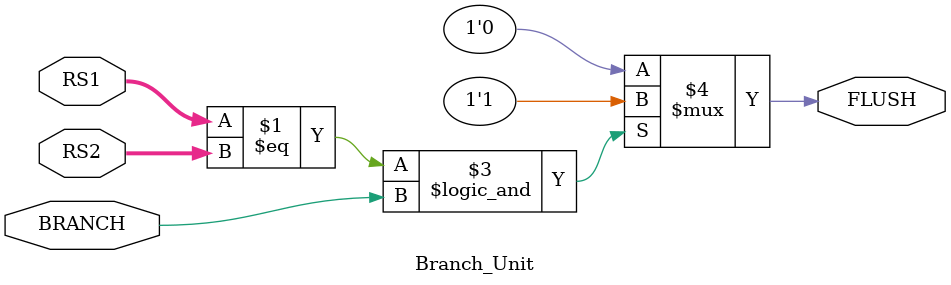
<source format=v>
module Branch_Unit
(
    BRANCH,//from control unit
    RS1,
    RS2,
    FLUSH//also BRANCH control for PC_MUX
);

// Interface
input   [31:0]      RS1;
input   [31:0]      RS2;
input               BRANCH;
output              FLUSH;

assign  FLUSH=  ((RS1 == RS2) && (BRANCH == 1'b1))?1'b1:1'b0;
endmodule

</source>
